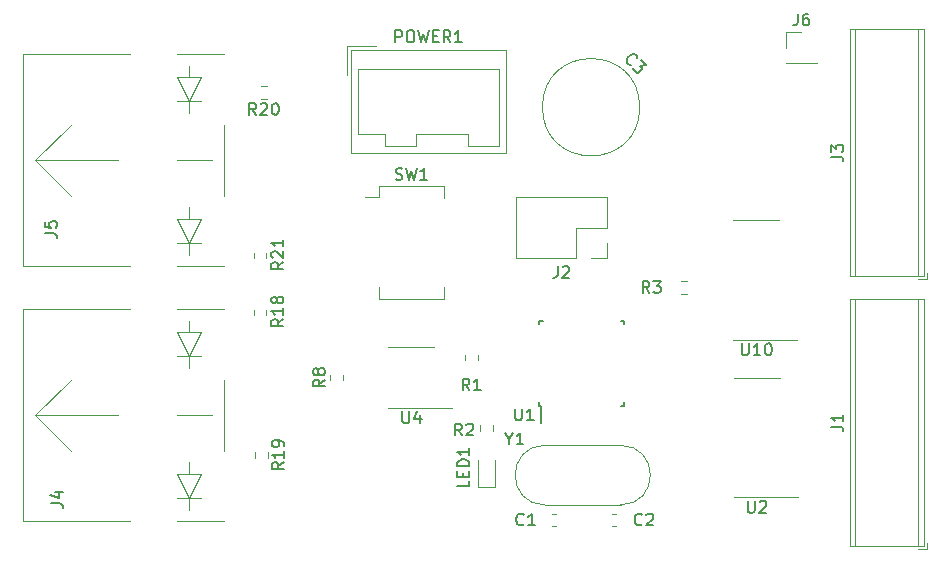
<source format=gto>
G04 #@! TF.GenerationSoftware,KiCad,Pcbnew,(5.1.9)-1*
G04 #@! TF.CreationDate,2021-06-09T23:14:14+02:00*
G04 #@! TF.ProjectId,decoder,6465636f-6465-4722-9e6b-696361645f70,rev?*
G04 #@! TF.SameCoordinates,Original*
G04 #@! TF.FileFunction,Legend,Top*
G04 #@! TF.FilePolarity,Positive*
%FSLAX46Y46*%
G04 Gerber Fmt 4.6, Leading zero omitted, Abs format (unit mm)*
G04 Created by KiCad (PCBNEW (5.1.9)-1) date 2021-06-09 23:14:14*
%MOMM*%
%LPD*%
G01*
G04 APERTURE LIST*
%ADD10C,0.120000*%
%ADD11C,0.150000*%
G04 APERTURE END LIST*
D10*
X158055000Y-71815000D02*
X160715000Y-71815000D01*
X158055000Y-71755000D02*
X158055000Y-71815000D01*
X160715000Y-71755000D02*
X160715000Y-71815000D01*
X158055000Y-71755000D02*
X160715000Y-71755000D01*
X158055000Y-70485000D02*
X158055000Y-69155000D01*
X158055000Y-69155000D02*
X159385000Y-69155000D01*
X169224000Y-89825000D02*
X169224000Y-68924000D01*
X163924000Y-89825000D02*
X163924000Y-68924000D01*
X163464000Y-89825000D02*
X163464000Y-68924000D01*
X169784000Y-89825000D02*
X169784000Y-68924000D01*
X163464000Y-89825000D02*
X169784000Y-89825000D01*
X163464000Y-68924000D02*
X169784000Y-68924000D01*
X169284000Y-90065000D02*
X170024000Y-90065000D01*
X170024000Y-90065000D02*
X170024000Y-89565000D01*
X169224000Y-112685000D02*
X169224000Y-91784000D01*
X163924000Y-112685000D02*
X163924000Y-91784000D01*
X163464000Y-112685000D02*
X163464000Y-91784000D01*
X169784000Y-112685000D02*
X169784000Y-91784000D01*
X163464000Y-112685000D02*
X169784000Y-112685000D01*
X163464000Y-91784000D02*
X169784000Y-91784000D01*
X169284000Y-112925000D02*
X170024000Y-112925000D01*
X170024000Y-112925000D02*
X170024000Y-112425000D01*
X155575000Y-95230000D02*
X159025000Y-95230000D01*
X155575000Y-95230000D02*
X153625000Y-95230000D01*
X155575000Y-85110000D02*
X157525000Y-85110000D01*
X155575000Y-85110000D02*
X153625000Y-85110000D01*
X126365000Y-100985000D02*
X129815000Y-100985000D01*
X126365000Y-100985000D02*
X124415000Y-100985000D01*
X126365000Y-95865000D02*
X128315000Y-95865000D01*
X126365000Y-95865000D02*
X124415000Y-95865000D01*
X155610000Y-108565000D02*
X159060000Y-108565000D01*
X155610000Y-108565000D02*
X153660000Y-108565000D01*
X155610000Y-98445000D02*
X157560000Y-98445000D01*
X155610000Y-98445000D02*
X153660000Y-98445000D01*
X114060500Y-88311258D02*
X114060500Y-87836742D01*
X113015500Y-88311258D02*
X113015500Y-87836742D01*
X114092258Y-73772500D02*
X113617742Y-73772500D01*
X114092258Y-74817500D02*
X113617742Y-74817500D01*
X113142500Y-104727742D02*
X113142500Y-105202258D01*
X114187500Y-104727742D02*
X114187500Y-105202258D01*
X113015500Y-92662742D02*
X113015500Y-93137258D01*
X114060500Y-92662742D02*
X114060500Y-93137258D01*
X94505000Y-80010000D02*
X97505000Y-77010000D01*
X94505000Y-80010000D02*
X97505000Y-83010000D01*
X101505000Y-80010000D02*
X94505000Y-80010000D01*
X109505000Y-80010000D02*
X106505000Y-80010000D01*
X107505000Y-76010000D02*
X107505000Y-75010000D01*
X108505000Y-75010000D02*
X106505000Y-75010000D01*
X108505000Y-73010000D02*
X107505000Y-73010000D01*
X107505000Y-75010000D02*
X108505000Y-73010000D01*
X106505000Y-73010000D02*
X107505000Y-75010000D01*
X107505000Y-73010000D02*
X106505000Y-73010000D01*
X107505000Y-72010000D02*
X107505000Y-73010000D01*
X107505000Y-87010000D02*
X107505000Y-88010000D01*
X108505000Y-87010000D02*
X106505000Y-87010000D01*
X107505000Y-85010000D02*
X107505000Y-84010000D01*
X107505000Y-87010000D02*
X108505000Y-85010000D01*
X106505000Y-85010000D02*
X107505000Y-87010000D01*
X108505000Y-85010000D02*
X106505000Y-85010000D01*
X110505000Y-77010000D02*
X110505000Y-83010000D01*
X106505000Y-89010000D02*
X110505000Y-89010000D01*
X93505000Y-89010000D02*
X102505000Y-89010000D01*
X93505000Y-71010000D02*
X93505000Y-89010000D01*
X102505000Y-71010000D02*
X93505000Y-71010000D01*
X110505000Y-71010000D02*
X106505000Y-71010000D01*
X94505000Y-101600000D02*
X97505000Y-98600000D01*
X94505000Y-101600000D02*
X97505000Y-104600000D01*
X101505000Y-101600000D02*
X94505000Y-101600000D01*
X109505000Y-101600000D02*
X106505000Y-101600000D01*
X107505000Y-97600000D02*
X107505000Y-96600000D01*
X108505000Y-96600000D02*
X106505000Y-96600000D01*
X108505000Y-94600000D02*
X107505000Y-94600000D01*
X107505000Y-96600000D02*
X108505000Y-94600000D01*
X106505000Y-94600000D02*
X107505000Y-96600000D01*
X107505000Y-94600000D02*
X106505000Y-94600000D01*
X107505000Y-93600000D02*
X107505000Y-94600000D01*
X107505000Y-108600000D02*
X107505000Y-109600000D01*
X108505000Y-108600000D02*
X106505000Y-108600000D01*
X107505000Y-106600000D02*
X107505000Y-105600000D01*
X107505000Y-108600000D02*
X108505000Y-106600000D01*
X106505000Y-106600000D02*
X107505000Y-108600000D01*
X108505000Y-106600000D02*
X106505000Y-106600000D01*
X110505000Y-98600000D02*
X110505000Y-104600000D01*
X106505000Y-110600000D02*
X110505000Y-110600000D01*
X93505000Y-110600000D02*
X102505000Y-110600000D01*
X93505000Y-92600000D02*
X93505000Y-110600000D01*
X102505000Y-92600000D02*
X93505000Y-92600000D01*
X110505000Y-92600000D02*
X106505000Y-92600000D01*
X142935000Y-86995000D02*
X142935000Y-88325000D01*
X142935000Y-88325000D02*
X141605000Y-88325000D01*
X142935000Y-85725000D02*
X140335000Y-85725000D01*
X140335000Y-85725000D02*
X140335000Y-88325000D01*
X140335000Y-88325000D02*
X135195000Y-88325000D01*
X135195000Y-83125000D02*
X135195000Y-88325000D01*
X142935000Y-83125000D02*
X135195000Y-83125000D01*
X142935000Y-83125000D02*
X142935000Y-85725000D01*
X145692437Y-75532437D02*
G75*
G03*
X145692437Y-75532437I-4120000J0D01*
G01*
D11*
X137375000Y-100850000D02*
X137375000Y-102275000D01*
X137150000Y-93600000D02*
X137150000Y-93925000D01*
X144400000Y-93600000D02*
X144400000Y-93925000D01*
X144400000Y-100850000D02*
X144400000Y-100525000D01*
X137150000Y-100850000D02*
X137150000Y-100525000D01*
X144400000Y-100850000D02*
X144075000Y-100850000D01*
X144400000Y-93600000D02*
X144075000Y-93600000D01*
X137150000Y-93600000D02*
X137475000Y-93600000D01*
X137150000Y-100850000D02*
X137375000Y-100850000D01*
D10*
X129125000Y-90790000D02*
X129125000Y-91765000D01*
X123604000Y-90790000D02*
X123604000Y-91765000D01*
X129125000Y-82225000D02*
X129125000Y-83200000D01*
X123604000Y-82225000D02*
X129125000Y-82225000D01*
X123604000Y-82225000D02*
X123604000Y-83140000D01*
X122414000Y-83140000D02*
X123604000Y-83140000D01*
X123604000Y-91765000D02*
X129125000Y-91765000D01*
X120925000Y-70370000D02*
X123335000Y-70370000D01*
X120925000Y-72780000D02*
X120925000Y-70370000D01*
X133735000Y-72280000D02*
X121835000Y-72280000D01*
X133735000Y-78780000D02*
X133735000Y-72280000D01*
X131135000Y-78780000D02*
X133735000Y-78780000D01*
X131135000Y-77780000D02*
X131135000Y-78780000D01*
X126735000Y-77780000D02*
X131135000Y-77780000D01*
X126735000Y-78780000D02*
X126735000Y-77780000D01*
X124135000Y-78780000D02*
X126735000Y-78780000D01*
X124135000Y-77780000D02*
X124135000Y-78780000D01*
X121835000Y-77780000D02*
X124135000Y-77780000D01*
X121835000Y-72280000D02*
X121835000Y-77780000D01*
X134345000Y-70670000D02*
X121225000Y-70670000D01*
X134345000Y-79390000D02*
X134345000Y-70670000D01*
X121225000Y-79390000D02*
X134345000Y-79390000D01*
X121225000Y-70670000D02*
X121225000Y-79390000D01*
X137670000Y-109205000D02*
X144070000Y-109205000D01*
X137670000Y-104155000D02*
X144070000Y-104155000D01*
X144070000Y-109205000D02*
G75*
G03*
X144070000Y-104155000I0J2525000D01*
G01*
X137670000Y-109205000D02*
G75*
G02*
X137670000Y-104155000I0J2525000D01*
G01*
X133237500Y-102917258D02*
X133237500Y-102442742D01*
X132192500Y-102917258D02*
X132192500Y-102442742D01*
X133450000Y-107682500D02*
X133450000Y-105397500D01*
X131980000Y-107682500D02*
X133450000Y-107682500D01*
X131980000Y-105397500D02*
X131980000Y-107682500D01*
X131967500Y-96947258D02*
X131967500Y-96472742D01*
X130922500Y-96947258D02*
X130922500Y-96472742D01*
X120537500Y-98662258D02*
X120537500Y-98187742D01*
X119492500Y-98662258D02*
X119492500Y-98187742D01*
X149177742Y-91327500D02*
X149652258Y-91327500D01*
X149177742Y-90282500D02*
X149652258Y-90282500D01*
X143369420Y-111000000D02*
X143650580Y-111000000D01*
X143369420Y-109980000D02*
X143650580Y-109980000D01*
X138289420Y-111000000D02*
X138570580Y-111000000D01*
X138289420Y-109980000D02*
X138570580Y-109980000D01*
D11*
X159051666Y-67607380D02*
X159051666Y-68321666D01*
X159004047Y-68464523D01*
X158908809Y-68559761D01*
X158765952Y-68607380D01*
X158670714Y-68607380D01*
X159956428Y-67607380D02*
X159765952Y-67607380D01*
X159670714Y-67655000D01*
X159623095Y-67702619D01*
X159527857Y-67845476D01*
X159480238Y-68035952D01*
X159480238Y-68416904D01*
X159527857Y-68512142D01*
X159575476Y-68559761D01*
X159670714Y-68607380D01*
X159861190Y-68607380D01*
X159956428Y-68559761D01*
X160004047Y-68512142D01*
X160051666Y-68416904D01*
X160051666Y-68178809D01*
X160004047Y-68083571D01*
X159956428Y-68035952D01*
X159861190Y-67988333D01*
X159670714Y-67988333D01*
X159575476Y-68035952D01*
X159527857Y-68083571D01*
X159480238Y-68178809D01*
X161916380Y-79708333D02*
X162630666Y-79708333D01*
X162773523Y-79755952D01*
X162868761Y-79851190D01*
X162916380Y-79994047D01*
X162916380Y-80089285D01*
X161916380Y-79327380D02*
X161916380Y-78708333D01*
X162297333Y-79041666D01*
X162297333Y-78898809D01*
X162344952Y-78803571D01*
X162392571Y-78755952D01*
X162487809Y-78708333D01*
X162725904Y-78708333D01*
X162821142Y-78755952D01*
X162868761Y-78803571D01*
X162916380Y-78898809D01*
X162916380Y-79184523D01*
X162868761Y-79279761D01*
X162821142Y-79327380D01*
X161916380Y-102568333D02*
X162630666Y-102568333D01*
X162773523Y-102615952D01*
X162868761Y-102711190D01*
X162916380Y-102854047D01*
X162916380Y-102949285D01*
X162916380Y-101568333D02*
X162916380Y-102139761D01*
X162916380Y-101854047D02*
X161916380Y-101854047D01*
X162059238Y-101949285D01*
X162154476Y-102044523D01*
X162202095Y-102139761D01*
X154336904Y-95522380D02*
X154336904Y-96331904D01*
X154384523Y-96427142D01*
X154432142Y-96474761D01*
X154527380Y-96522380D01*
X154717857Y-96522380D01*
X154813095Y-96474761D01*
X154860714Y-96427142D01*
X154908333Y-96331904D01*
X154908333Y-95522380D01*
X155908333Y-96522380D02*
X155336904Y-96522380D01*
X155622619Y-96522380D02*
X155622619Y-95522380D01*
X155527380Y-95665238D01*
X155432142Y-95760476D01*
X155336904Y-95808095D01*
X156527380Y-95522380D02*
X156622619Y-95522380D01*
X156717857Y-95570000D01*
X156765476Y-95617619D01*
X156813095Y-95712857D01*
X156860714Y-95903333D01*
X156860714Y-96141428D01*
X156813095Y-96331904D01*
X156765476Y-96427142D01*
X156717857Y-96474761D01*
X156622619Y-96522380D01*
X156527380Y-96522380D01*
X156432142Y-96474761D01*
X156384523Y-96427142D01*
X156336904Y-96331904D01*
X156289285Y-96141428D01*
X156289285Y-95903333D01*
X156336904Y-95712857D01*
X156384523Y-95617619D01*
X156432142Y-95570000D01*
X156527380Y-95522380D01*
X125603095Y-101277380D02*
X125603095Y-102086904D01*
X125650714Y-102182142D01*
X125698333Y-102229761D01*
X125793571Y-102277380D01*
X125984047Y-102277380D01*
X126079285Y-102229761D01*
X126126904Y-102182142D01*
X126174523Y-102086904D01*
X126174523Y-101277380D01*
X127079285Y-101610714D02*
X127079285Y-102277380D01*
X126841190Y-101229761D02*
X126603095Y-101944047D01*
X127222142Y-101944047D01*
X154848095Y-108857380D02*
X154848095Y-109666904D01*
X154895714Y-109762142D01*
X154943333Y-109809761D01*
X155038571Y-109857380D01*
X155229047Y-109857380D01*
X155324285Y-109809761D01*
X155371904Y-109762142D01*
X155419523Y-109666904D01*
X155419523Y-108857380D01*
X155848095Y-108952619D02*
X155895714Y-108905000D01*
X155990952Y-108857380D01*
X156229047Y-108857380D01*
X156324285Y-108905000D01*
X156371904Y-108952619D01*
X156419523Y-109047857D01*
X156419523Y-109143095D01*
X156371904Y-109285952D01*
X155800476Y-109857380D01*
X156419523Y-109857380D01*
X115514380Y-88653857D02*
X115038190Y-88987190D01*
X115514380Y-89225285D02*
X114514380Y-89225285D01*
X114514380Y-88844333D01*
X114562000Y-88749095D01*
X114609619Y-88701476D01*
X114704857Y-88653857D01*
X114847714Y-88653857D01*
X114942952Y-88701476D01*
X114990571Y-88749095D01*
X115038190Y-88844333D01*
X115038190Y-89225285D01*
X114609619Y-88272904D02*
X114562000Y-88225285D01*
X114514380Y-88130047D01*
X114514380Y-87891952D01*
X114562000Y-87796714D01*
X114609619Y-87749095D01*
X114704857Y-87701476D01*
X114800095Y-87701476D01*
X114942952Y-87749095D01*
X115514380Y-88320523D01*
X115514380Y-87701476D01*
X115514380Y-86749095D02*
X115514380Y-87320523D01*
X115514380Y-87034809D02*
X114514380Y-87034809D01*
X114657238Y-87130047D01*
X114752476Y-87225285D01*
X114800095Y-87320523D01*
X113212142Y-76177380D02*
X112878809Y-75701190D01*
X112640714Y-76177380D02*
X112640714Y-75177380D01*
X113021666Y-75177380D01*
X113116904Y-75225000D01*
X113164523Y-75272619D01*
X113212142Y-75367857D01*
X113212142Y-75510714D01*
X113164523Y-75605952D01*
X113116904Y-75653571D01*
X113021666Y-75701190D01*
X112640714Y-75701190D01*
X113593095Y-75272619D02*
X113640714Y-75225000D01*
X113735952Y-75177380D01*
X113974047Y-75177380D01*
X114069285Y-75225000D01*
X114116904Y-75272619D01*
X114164523Y-75367857D01*
X114164523Y-75463095D01*
X114116904Y-75605952D01*
X113545476Y-76177380D01*
X114164523Y-76177380D01*
X114783571Y-75177380D02*
X114878809Y-75177380D01*
X114974047Y-75225000D01*
X115021666Y-75272619D01*
X115069285Y-75367857D01*
X115116904Y-75558333D01*
X115116904Y-75796428D01*
X115069285Y-75986904D01*
X115021666Y-76082142D01*
X114974047Y-76129761D01*
X114878809Y-76177380D01*
X114783571Y-76177380D01*
X114688333Y-76129761D01*
X114640714Y-76082142D01*
X114593095Y-75986904D01*
X114545476Y-75796428D01*
X114545476Y-75558333D01*
X114593095Y-75367857D01*
X114640714Y-75272619D01*
X114688333Y-75225000D01*
X114783571Y-75177380D01*
X115547380Y-105607857D02*
X115071190Y-105941190D01*
X115547380Y-106179285D02*
X114547380Y-106179285D01*
X114547380Y-105798333D01*
X114595000Y-105703095D01*
X114642619Y-105655476D01*
X114737857Y-105607857D01*
X114880714Y-105607857D01*
X114975952Y-105655476D01*
X115023571Y-105703095D01*
X115071190Y-105798333D01*
X115071190Y-106179285D01*
X115547380Y-104655476D02*
X115547380Y-105226904D01*
X115547380Y-104941190D02*
X114547380Y-104941190D01*
X114690238Y-105036428D01*
X114785476Y-105131666D01*
X114833095Y-105226904D01*
X115547380Y-104179285D02*
X115547380Y-103988809D01*
X115499761Y-103893571D01*
X115452142Y-103845952D01*
X115309285Y-103750714D01*
X115118809Y-103703095D01*
X114737857Y-103703095D01*
X114642619Y-103750714D01*
X114595000Y-103798333D01*
X114547380Y-103893571D01*
X114547380Y-104084047D01*
X114595000Y-104179285D01*
X114642619Y-104226904D01*
X114737857Y-104274523D01*
X114975952Y-104274523D01*
X115071190Y-104226904D01*
X115118809Y-104179285D01*
X115166428Y-104084047D01*
X115166428Y-103893571D01*
X115118809Y-103798333D01*
X115071190Y-103750714D01*
X114975952Y-103703095D01*
X115514380Y-93479857D02*
X115038190Y-93813190D01*
X115514380Y-94051285D02*
X114514380Y-94051285D01*
X114514380Y-93670333D01*
X114562000Y-93575095D01*
X114609619Y-93527476D01*
X114704857Y-93479857D01*
X114847714Y-93479857D01*
X114942952Y-93527476D01*
X114990571Y-93575095D01*
X115038190Y-93670333D01*
X115038190Y-94051285D01*
X115514380Y-92527476D02*
X115514380Y-93098904D01*
X115514380Y-92813190D02*
X114514380Y-92813190D01*
X114657238Y-92908428D01*
X114752476Y-93003666D01*
X114800095Y-93098904D01*
X114942952Y-91956047D02*
X114895333Y-92051285D01*
X114847714Y-92098904D01*
X114752476Y-92146523D01*
X114704857Y-92146523D01*
X114609619Y-92098904D01*
X114562000Y-92051285D01*
X114514380Y-91956047D01*
X114514380Y-91765571D01*
X114562000Y-91670333D01*
X114609619Y-91622714D01*
X114704857Y-91575095D01*
X114752476Y-91575095D01*
X114847714Y-91622714D01*
X114895333Y-91670333D01*
X114942952Y-91765571D01*
X114942952Y-91956047D01*
X114990571Y-92051285D01*
X115038190Y-92098904D01*
X115133428Y-92146523D01*
X115323904Y-92146523D01*
X115419142Y-92098904D01*
X115466761Y-92051285D01*
X115514380Y-91956047D01*
X115514380Y-91765571D01*
X115466761Y-91670333D01*
X115419142Y-91622714D01*
X115323904Y-91575095D01*
X115133428Y-91575095D01*
X115038190Y-91622714D01*
X114990571Y-91670333D01*
X114942952Y-91765571D01*
X95337380Y-86185333D02*
X96051666Y-86185333D01*
X96194523Y-86232952D01*
X96289761Y-86328190D01*
X96337380Y-86471047D01*
X96337380Y-86566285D01*
X95337380Y-85232952D02*
X95337380Y-85709142D01*
X95813571Y-85756761D01*
X95765952Y-85709142D01*
X95718333Y-85613904D01*
X95718333Y-85375809D01*
X95765952Y-85280571D01*
X95813571Y-85232952D01*
X95908809Y-85185333D01*
X96146904Y-85185333D01*
X96242142Y-85232952D01*
X96289761Y-85280571D01*
X96337380Y-85375809D01*
X96337380Y-85613904D01*
X96289761Y-85709142D01*
X96242142Y-85756761D01*
X95845380Y-109045333D02*
X96559666Y-109045333D01*
X96702523Y-109092952D01*
X96797761Y-109188190D01*
X96845380Y-109331047D01*
X96845380Y-109426285D01*
X96178714Y-108140571D02*
X96845380Y-108140571D01*
X95797761Y-108378666D02*
X96512047Y-108616761D01*
X96512047Y-107997714D01*
X138731666Y-88987380D02*
X138731666Y-89701666D01*
X138684047Y-89844523D01*
X138588809Y-89939761D01*
X138445952Y-89987380D01*
X138350714Y-89987380D01*
X139160238Y-89082619D02*
X139207857Y-89035000D01*
X139303095Y-88987380D01*
X139541190Y-88987380D01*
X139636428Y-89035000D01*
X139684047Y-89082619D01*
X139731666Y-89177857D01*
X139731666Y-89273095D01*
X139684047Y-89415952D01*
X139112619Y-89987380D01*
X139731666Y-89987380D01*
X144914357Y-71954813D02*
X144847014Y-71954813D01*
X144712327Y-71887469D01*
X144644983Y-71820126D01*
X144577640Y-71685438D01*
X144577640Y-71550751D01*
X144611311Y-71449736D01*
X144712327Y-71281377D01*
X144813342Y-71180362D01*
X144981701Y-71079347D01*
X145082716Y-71045675D01*
X145217403Y-71045675D01*
X145352090Y-71113019D01*
X145419434Y-71180362D01*
X145486777Y-71315049D01*
X145486777Y-71382393D01*
X145789823Y-71550751D02*
X146227556Y-71988484D01*
X145722479Y-72022156D01*
X145823495Y-72123171D01*
X145857166Y-72224187D01*
X145857166Y-72291530D01*
X145823495Y-72392545D01*
X145655136Y-72560904D01*
X145554121Y-72594576D01*
X145486777Y-72594576D01*
X145385762Y-72560904D01*
X145183731Y-72358874D01*
X145150059Y-72257858D01*
X145150059Y-72190515D01*
X135128095Y-101052380D02*
X135128095Y-101861904D01*
X135175714Y-101957142D01*
X135223333Y-102004761D01*
X135318571Y-102052380D01*
X135509047Y-102052380D01*
X135604285Y-102004761D01*
X135651904Y-101957142D01*
X135699523Y-101861904D01*
X135699523Y-101052380D01*
X136699523Y-102052380D02*
X136128095Y-102052380D01*
X136413809Y-102052380D02*
X136413809Y-101052380D01*
X136318571Y-101195238D01*
X136223333Y-101290476D01*
X136128095Y-101338095D01*
X125031666Y-81629761D02*
X125174523Y-81677380D01*
X125412619Y-81677380D01*
X125507857Y-81629761D01*
X125555476Y-81582142D01*
X125603095Y-81486904D01*
X125603095Y-81391666D01*
X125555476Y-81296428D01*
X125507857Y-81248809D01*
X125412619Y-81201190D01*
X125222142Y-81153571D01*
X125126904Y-81105952D01*
X125079285Y-81058333D01*
X125031666Y-80963095D01*
X125031666Y-80867857D01*
X125079285Y-80772619D01*
X125126904Y-80725000D01*
X125222142Y-80677380D01*
X125460238Y-80677380D01*
X125603095Y-80725000D01*
X125936428Y-80677380D02*
X126174523Y-81677380D01*
X126365000Y-80963095D01*
X126555476Y-81677380D01*
X126793571Y-80677380D01*
X127698333Y-81677380D02*
X127126904Y-81677380D01*
X127412619Y-81677380D02*
X127412619Y-80677380D01*
X127317380Y-80820238D01*
X127222142Y-80915476D01*
X127126904Y-80963095D01*
X124999285Y-70032380D02*
X124999285Y-69032380D01*
X125380238Y-69032380D01*
X125475476Y-69080000D01*
X125523095Y-69127619D01*
X125570714Y-69222857D01*
X125570714Y-69365714D01*
X125523095Y-69460952D01*
X125475476Y-69508571D01*
X125380238Y-69556190D01*
X124999285Y-69556190D01*
X126189761Y-69032380D02*
X126380238Y-69032380D01*
X126475476Y-69080000D01*
X126570714Y-69175238D01*
X126618333Y-69365714D01*
X126618333Y-69699047D01*
X126570714Y-69889523D01*
X126475476Y-69984761D01*
X126380238Y-70032380D01*
X126189761Y-70032380D01*
X126094523Y-69984761D01*
X125999285Y-69889523D01*
X125951666Y-69699047D01*
X125951666Y-69365714D01*
X125999285Y-69175238D01*
X126094523Y-69080000D01*
X126189761Y-69032380D01*
X126951666Y-69032380D02*
X127189761Y-70032380D01*
X127380238Y-69318095D01*
X127570714Y-70032380D01*
X127808809Y-69032380D01*
X128189761Y-69508571D02*
X128523095Y-69508571D01*
X128665952Y-70032380D02*
X128189761Y-70032380D01*
X128189761Y-69032380D01*
X128665952Y-69032380D01*
X129665952Y-70032380D02*
X129332619Y-69556190D01*
X129094523Y-70032380D02*
X129094523Y-69032380D01*
X129475476Y-69032380D01*
X129570714Y-69080000D01*
X129618333Y-69127619D01*
X129665952Y-69222857D01*
X129665952Y-69365714D01*
X129618333Y-69460952D01*
X129570714Y-69508571D01*
X129475476Y-69556190D01*
X129094523Y-69556190D01*
X130618333Y-70032380D02*
X130046904Y-70032380D01*
X130332619Y-70032380D02*
X130332619Y-69032380D01*
X130237380Y-69175238D01*
X130142142Y-69270476D01*
X130046904Y-69318095D01*
X134651809Y-103608190D02*
X134651809Y-104084380D01*
X134318476Y-103084380D02*
X134651809Y-103608190D01*
X134985142Y-103084380D01*
X135842285Y-104084380D02*
X135270857Y-104084380D01*
X135556571Y-104084380D02*
X135556571Y-103084380D01*
X135461333Y-103227238D01*
X135366095Y-103322476D01*
X135270857Y-103370095D01*
X130643333Y-103322380D02*
X130310000Y-102846190D01*
X130071904Y-103322380D02*
X130071904Y-102322380D01*
X130452857Y-102322380D01*
X130548095Y-102370000D01*
X130595714Y-102417619D01*
X130643333Y-102512857D01*
X130643333Y-102655714D01*
X130595714Y-102750952D01*
X130548095Y-102798571D01*
X130452857Y-102846190D01*
X130071904Y-102846190D01*
X131024285Y-102417619D02*
X131071904Y-102370000D01*
X131167142Y-102322380D01*
X131405238Y-102322380D01*
X131500476Y-102370000D01*
X131548095Y-102417619D01*
X131595714Y-102512857D01*
X131595714Y-102608095D01*
X131548095Y-102750952D01*
X130976666Y-103322380D01*
X131595714Y-103322380D01*
X131262380Y-107164047D02*
X131262380Y-107640238D01*
X130262380Y-107640238D01*
X130738571Y-106830714D02*
X130738571Y-106497380D01*
X131262380Y-106354523D02*
X131262380Y-106830714D01*
X130262380Y-106830714D01*
X130262380Y-106354523D01*
X131262380Y-105925952D02*
X130262380Y-105925952D01*
X130262380Y-105687857D01*
X130310000Y-105545000D01*
X130405238Y-105449761D01*
X130500476Y-105402142D01*
X130690952Y-105354523D01*
X130833809Y-105354523D01*
X131024285Y-105402142D01*
X131119523Y-105449761D01*
X131214761Y-105545000D01*
X131262380Y-105687857D01*
X131262380Y-105925952D01*
X131262380Y-104402142D02*
X131262380Y-104973571D01*
X131262380Y-104687857D02*
X130262380Y-104687857D01*
X130405238Y-104783095D01*
X130500476Y-104878333D01*
X130548095Y-104973571D01*
X131278333Y-99512380D02*
X130945000Y-99036190D01*
X130706904Y-99512380D02*
X130706904Y-98512380D01*
X131087857Y-98512380D01*
X131183095Y-98560000D01*
X131230714Y-98607619D01*
X131278333Y-98702857D01*
X131278333Y-98845714D01*
X131230714Y-98940952D01*
X131183095Y-98988571D01*
X131087857Y-99036190D01*
X130706904Y-99036190D01*
X132230714Y-99512380D02*
X131659285Y-99512380D01*
X131945000Y-99512380D02*
X131945000Y-98512380D01*
X131849761Y-98655238D01*
X131754523Y-98750476D01*
X131659285Y-98798095D01*
X119037380Y-98591666D02*
X118561190Y-98925000D01*
X119037380Y-99163095D02*
X118037380Y-99163095D01*
X118037380Y-98782142D01*
X118085000Y-98686904D01*
X118132619Y-98639285D01*
X118227857Y-98591666D01*
X118370714Y-98591666D01*
X118465952Y-98639285D01*
X118513571Y-98686904D01*
X118561190Y-98782142D01*
X118561190Y-99163095D01*
X118465952Y-98020238D02*
X118418333Y-98115476D01*
X118370714Y-98163095D01*
X118275476Y-98210714D01*
X118227857Y-98210714D01*
X118132619Y-98163095D01*
X118085000Y-98115476D01*
X118037380Y-98020238D01*
X118037380Y-97829761D01*
X118085000Y-97734523D01*
X118132619Y-97686904D01*
X118227857Y-97639285D01*
X118275476Y-97639285D01*
X118370714Y-97686904D01*
X118418333Y-97734523D01*
X118465952Y-97829761D01*
X118465952Y-98020238D01*
X118513571Y-98115476D01*
X118561190Y-98163095D01*
X118656428Y-98210714D01*
X118846904Y-98210714D01*
X118942142Y-98163095D01*
X118989761Y-98115476D01*
X119037380Y-98020238D01*
X119037380Y-97829761D01*
X118989761Y-97734523D01*
X118942142Y-97686904D01*
X118846904Y-97639285D01*
X118656428Y-97639285D01*
X118561190Y-97686904D01*
X118513571Y-97734523D01*
X118465952Y-97829761D01*
X146518333Y-91257380D02*
X146185000Y-90781190D01*
X145946904Y-91257380D02*
X145946904Y-90257380D01*
X146327857Y-90257380D01*
X146423095Y-90305000D01*
X146470714Y-90352619D01*
X146518333Y-90447857D01*
X146518333Y-90590714D01*
X146470714Y-90685952D01*
X146423095Y-90733571D01*
X146327857Y-90781190D01*
X145946904Y-90781190D01*
X146851666Y-90257380D02*
X147470714Y-90257380D01*
X147137380Y-90638333D01*
X147280238Y-90638333D01*
X147375476Y-90685952D01*
X147423095Y-90733571D01*
X147470714Y-90828809D01*
X147470714Y-91066904D01*
X147423095Y-91162142D01*
X147375476Y-91209761D01*
X147280238Y-91257380D01*
X146994523Y-91257380D01*
X146899285Y-91209761D01*
X146851666Y-91162142D01*
X145883333Y-110847142D02*
X145835714Y-110894761D01*
X145692857Y-110942380D01*
X145597619Y-110942380D01*
X145454761Y-110894761D01*
X145359523Y-110799523D01*
X145311904Y-110704285D01*
X145264285Y-110513809D01*
X145264285Y-110370952D01*
X145311904Y-110180476D01*
X145359523Y-110085238D01*
X145454761Y-109990000D01*
X145597619Y-109942380D01*
X145692857Y-109942380D01*
X145835714Y-109990000D01*
X145883333Y-110037619D01*
X146264285Y-110037619D02*
X146311904Y-109990000D01*
X146407142Y-109942380D01*
X146645238Y-109942380D01*
X146740476Y-109990000D01*
X146788095Y-110037619D01*
X146835714Y-110132857D01*
X146835714Y-110228095D01*
X146788095Y-110370952D01*
X146216666Y-110942380D01*
X146835714Y-110942380D01*
X135863333Y-110847142D02*
X135815714Y-110894761D01*
X135672857Y-110942380D01*
X135577619Y-110942380D01*
X135434761Y-110894761D01*
X135339523Y-110799523D01*
X135291904Y-110704285D01*
X135244285Y-110513809D01*
X135244285Y-110370952D01*
X135291904Y-110180476D01*
X135339523Y-110085238D01*
X135434761Y-109990000D01*
X135577619Y-109942380D01*
X135672857Y-109942380D01*
X135815714Y-109990000D01*
X135863333Y-110037619D01*
X136815714Y-110942380D02*
X136244285Y-110942380D01*
X136530000Y-110942380D02*
X136530000Y-109942380D01*
X136434761Y-110085238D01*
X136339523Y-110180476D01*
X136244285Y-110228095D01*
M02*

</source>
